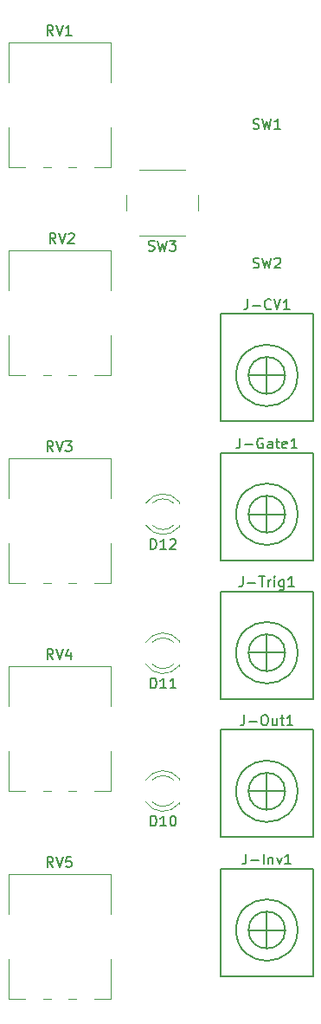
<source format=gbr>
G04 #@! TF.GenerationSoftware,KiCad,Pcbnew,(5.0.0)*
G04 #@! TF.CreationDate,2018-08-19T12:52:33+08:00*
G04 #@! TF.ProjectId,Envelope,456E76656C6F70652E6B696361645F70,rev?*
G04 #@! TF.SameCoordinates,Original*
G04 #@! TF.FileFunction,Legend,Top*
G04 #@! TF.FilePolarity,Positive*
%FSLAX46Y46*%
G04 Gerber Fmt 4.6, Leading zero omitted, Abs format (unit mm)*
G04 Created by KiCad (PCBNEW (5.0.0)) date 08/19/18 12:52:33*
%MOMM*%
%LPD*%
G01*
G04 APERTURE LIST*
%ADD10C,0.120000*%
%ADD11C,0.150000*%
G04 APERTURE END LIST*
D10*
G04 #@! TO.C,SW3*
X129429000Y-64350000D02*
X124929000Y-64350000D01*
X130679000Y-68350000D02*
X130679000Y-66850000D01*
X124929000Y-70850000D02*
X129429000Y-70850000D01*
X123679000Y-66850000D02*
X123679000Y-68350000D01*
G04 #@! TO.C,D11*
X125581665Y-112711608D02*
G75*
G03X128814000Y-112868516I1672335J1078608D01*
G01*
X125581665Y-110554392D02*
G75*
G02X128814000Y-110397484I1672335J-1078608D01*
G01*
X126212870Y-112712837D02*
G75*
G03X128294961Y-112713000I1041130J1079837D01*
G01*
X126212870Y-110553163D02*
G75*
G02X128294961Y-110553000I1041130J-1079837D01*
G01*
X128814000Y-112869000D02*
X128814000Y-112713000D01*
X128814000Y-110553000D02*
X128814000Y-110397000D01*
G04 #@! TO.C,D12*
X128814000Y-96964000D02*
X128814000Y-96808000D01*
X128814000Y-99280000D02*
X128814000Y-99124000D01*
X126212870Y-96964163D02*
G75*
G02X128294961Y-96964000I1041130J-1079837D01*
G01*
X126212870Y-99123837D02*
G75*
G03X128294961Y-99124000I1041130J1079837D01*
G01*
X125581665Y-96965392D02*
G75*
G02X128814000Y-96808484I1672335J-1078608D01*
G01*
X125581665Y-99122608D02*
G75*
G03X128814000Y-99279516I1672335J1078608D01*
G01*
G04 #@! TO.C,D10*
X125581665Y-126173608D02*
G75*
G03X128814000Y-126330516I1672335J1078608D01*
G01*
X125581665Y-124016392D02*
G75*
G02X128814000Y-123859484I1672335J-1078608D01*
G01*
X126212870Y-126174837D02*
G75*
G03X128294961Y-126175000I1041130J1079837D01*
G01*
X126212870Y-124015163D02*
G75*
G02X128294961Y-124015000I1041130J-1079837D01*
G01*
X128814000Y-126331000D02*
X128814000Y-126175000D01*
X128814000Y-124015000D02*
X128814000Y-123859000D01*
G04 #@! TO.C,RV5*
X112113000Y-133184000D02*
X122154000Y-133184000D01*
X120504000Y-145424000D02*
X122154000Y-145424000D01*
X118005000Y-145424000D02*
X118764000Y-145424000D01*
X115505000Y-145424000D02*
X116264000Y-145424000D01*
X112113000Y-145424000D02*
X113763000Y-145424000D01*
X122154000Y-137120000D02*
X122154000Y-133184000D01*
X122154000Y-145424000D02*
X122154000Y-141487000D01*
X112113000Y-137120000D02*
X112113000Y-133184000D01*
X112113000Y-145424000D02*
X112113000Y-141487000D01*
G04 #@! TO.C,RV4*
X112113000Y-125104000D02*
X112113000Y-121167000D01*
X112113000Y-116800000D02*
X112113000Y-112864000D01*
X122154000Y-125104000D02*
X122154000Y-121167000D01*
X122154000Y-116800000D02*
X122154000Y-112864000D01*
X112113000Y-125104000D02*
X113763000Y-125104000D01*
X115505000Y-125104000D02*
X116264000Y-125104000D01*
X118005000Y-125104000D02*
X118764000Y-125104000D01*
X120504000Y-125104000D02*
X122154000Y-125104000D01*
X112113000Y-112864000D02*
X122154000Y-112864000D01*
G04 #@! TO.C,RV3*
X112113000Y-92544000D02*
X122154000Y-92544000D01*
X120504000Y-104784000D02*
X122154000Y-104784000D01*
X118005000Y-104784000D02*
X118764000Y-104784000D01*
X115505000Y-104784000D02*
X116264000Y-104784000D01*
X112113000Y-104784000D02*
X113763000Y-104784000D01*
X122154000Y-96480000D02*
X122154000Y-92544000D01*
X122154000Y-104784000D02*
X122154000Y-100847000D01*
X112113000Y-96480000D02*
X112113000Y-92544000D01*
X112113000Y-104784000D02*
X112113000Y-100847000D01*
G04 #@! TO.C,RV2*
X112113000Y-84464000D02*
X112113000Y-80527000D01*
X112113000Y-76160000D02*
X112113000Y-72224000D01*
X122154000Y-84464000D02*
X122154000Y-80527000D01*
X122154000Y-76160000D02*
X122154000Y-72224000D01*
X112113000Y-84464000D02*
X113763000Y-84464000D01*
X115505000Y-84464000D02*
X116264000Y-84464000D01*
X118005000Y-84464000D02*
X118764000Y-84464000D01*
X120504000Y-84464000D02*
X122154000Y-84464000D01*
X112113000Y-72224000D02*
X122154000Y-72224000D01*
G04 #@! TO.C,RV1*
X112113000Y-51904000D02*
X122154000Y-51904000D01*
X120504000Y-64144000D02*
X122154000Y-64144000D01*
X118005000Y-64144000D02*
X118764000Y-64144000D01*
X115505000Y-64144000D02*
X116264000Y-64144000D01*
X112113000Y-64144000D02*
X113763000Y-64144000D01*
X122154000Y-55840000D02*
X122154000Y-51904000D01*
X122154000Y-64144000D02*
X122154000Y-60207000D01*
X112113000Y-55840000D02*
X112113000Y-51904000D01*
X112113000Y-64144000D02*
X112113000Y-60207000D01*
D11*
G04 #@! TO.C,J-Trig1*
X139214000Y-111582200D02*
X135614000Y-111582200D01*
X137414000Y-109782200D02*
X137414000Y-113382200D01*
X132914000Y-116082200D02*
X141914000Y-116082200D01*
X141914000Y-116082200D02*
X141914000Y-105582200D01*
X141914000Y-105582200D02*
X132914000Y-105582200D01*
X132914000Y-105582200D02*
X132914000Y-116082200D01*
X140420659Y-111582200D02*
G75*
G03X140420659Y-111582200I-3006659J0D01*
G01*
X139214000Y-111582200D02*
G75*
G03X139214000Y-111582200I-1800000J0D01*
G01*
G04 #@! TO.C,J-Out1*
X139214000Y-125120400D02*
G75*
G03X139214000Y-125120400I-1800000J0D01*
G01*
X140420659Y-125120400D02*
G75*
G03X140420659Y-125120400I-3006659J0D01*
G01*
X132914000Y-119120400D02*
X132914000Y-129620400D01*
X141914000Y-119120400D02*
X132914000Y-119120400D01*
X141914000Y-129620400D02*
X141914000Y-119120400D01*
X132914000Y-129620400D02*
X141914000Y-129620400D01*
X137414000Y-123320400D02*
X137414000Y-126920400D01*
X139214000Y-125120400D02*
X135614000Y-125120400D01*
G04 #@! TO.C,J-Inv1*
X139214000Y-138684000D02*
X135614000Y-138684000D01*
X137414000Y-136884000D02*
X137414000Y-140484000D01*
X132914000Y-143184000D02*
X141914000Y-143184000D01*
X141914000Y-143184000D02*
X141914000Y-132684000D01*
X141914000Y-132684000D02*
X132914000Y-132684000D01*
X132914000Y-132684000D02*
X132914000Y-143184000D01*
X140420659Y-138684000D02*
G75*
G03X140420659Y-138684000I-3006659J0D01*
G01*
X139214000Y-138684000D02*
G75*
G03X139214000Y-138684000I-1800000J0D01*
G01*
G04 #@! TO.C,J-Gate1*
X139214000Y-98044000D02*
G75*
G03X139214000Y-98044000I-1800000J0D01*
G01*
X140420659Y-98044000D02*
G75*
G03X140420659Y-98044000I-3006659J0D01*
G01*
X132914000Y-92044000D02*
X132914000Y-102544000D01*
X141914000Y-92044000D02*
X132914000Y-92044000D01*
X141914000Y-102544000D02*
X141914000Y-92044000D01*
X132914000Y-102544000D02*
X141914000Y-102544000D01*
X137414000Y-96244000D02*
X137414000Y-99844000D01*
X139214000Y-98044000D02*
X135614000Y-98044000D01*
G04 #@! TO.C,J-CV1*
X139214000Y-84480400D02*
X135614000Y-84480400D01*
X137414000Y-82680400D02*
X137414000Y-86280400D01*
X132914000Y-88980400D02*
X141914000Y-88980400D01*
X141914000Y-88980400D02*
X141914000Y-78480400D01*
X141914000Y-78480400D02*
X132914000Y-78480400D01*
X132914000Y-78480400D02*
X132914000Y-88980400D01*
X140420659Y-84480400D02*
G75*
G03X140420659Y-84480400I-3006659J0D01*
G01*
X139214000Y-84480400D02*
G75*
G03X139214000Y-84480400I-1800000J0D01*
G01*
G04 #@! TO.C,SW3*
X125845666Y-72254761D02*
X125988523Y-72302380D01*
X126226619Y-72302380D01*
X126321857Y-72254761D01*
X126369476Y-72207142D01*
X126417095Y-72111904D01*
X126417095Y-72016666D01*
X126369476Y-71921428D01*
X126321857Y-71873809D01*
X126226619Y-71826190D01*
X126036142Y-71778571D01*
X125940904Y-71730952D01*
X125893285Y-71683333D01*
X125845666Y-71588095D01*
X125845666Y-71492857D01*
X125893285Y-71397619D01*
X125940904Y-71350000D01*
X126036142Y-71302380D01*
X126274238Y-71302380D01*
X126417095Y-71350000D01*
X126750428Y-71302380D02*
X126988523Y-72302380D01*
X127179000Y-71588095D01*
X127369476Y-72302380D01*
X127607571Y-71302380D01*
X127893285Y-71302380D02*
X128512333Y-71302380D01*
X128179000Y-71683333D01*
X128321857Y-71683333D01*
X128417095Y-71730952D01*
X128464714Y-71778571D01*
X128512333Y-71873809D01*
X128512333Y-72111904D01*
X128464714Y-72207142D01*
X128417095Y-72254761D01*
X128321857Y-72302380D01*
X128036142Y-72302380D01*
X127940904Y-72254761D01*
X127893285Y-72207142D01*
G04 #@! TO.C,D11*
X126039714Y-115045380D02*
X126039714Y-114045380D01*
X126277809Y-114045380D01*
X126420666Y-114093000D01*
X126515904Y-114188238D01*
X126563523Y-114283476D01*
X126611142Y-114473952D01*
X126611142Y-114616809D01*
X126563523Y-114807285D01*
X126515904Y-114902523D01*
X126420666Y-114997761D01*
X126277809Y-115045380D01*
X126039714Y-115045380D01*
X127563523Y-115045380D02*
X126992095Y-115045380D01*
X127277809Y-115045380D02*
X127277809Y-114045380D01*
X127182571Y-114188238D01*
X127087333Y-114283476D01*
X126992095Y-114331095D01*
X128515904Y-115045380D02*
X127944476Y-115045380D01*
X128230190Y-115045380D02*
X128230190Y-114045380D01*
X128134952Y-114188238D01*
X128039714Y-114283476D01*
X127944476Y-114331095D01*
G04 #@! TO.C,D12*
X126039714Y-101456380D02*
X126039714Y-100456380D01*
X126277809Y-100456380D01*
X126420666Y-100504000D01*
X126515904Y-100599238D01*
X126563523Y-100694476D01*
X126611142Y-100884952D01*
X126611142Y-101027809D01*
X126563523Y-101218285D01*
X126515904Y-101313523D01*
X126420666Y-101408761D01*
X126277809Y-101456380D01*
X126039714Y-101456380D01*
X127563523Y-101456380D02*
X126992095Y-101456380D01*
X127277809Y-101456380D02*
X127277809Y-100456380D01*
X127182571Y-100599238D01*
X127087333Y-100694476D01*
X126992095Y-100742095D01*
X127944476Y-100551619D02*
X127992095Y-100504000D01*
X128087333Y-100456380D01*
X128325428Y-100456380D01*
X128420666Y-100504000D01*
X128468285Y-100551619D01*
X128515904Y-100646857D01*
X128515904Y-100742095D01*
X128468285Y-100884952D01*
X127896857Y-101456380D01*
X128515904Y-101456380D01*
G04 #@! TO.C,D10*
X126039714Y-128507380D02*
X126039714Y-127507380D01*
X126277809Y-127507380D01*
X126420666Y-127555000D01*
X126515904Y-127650238D01*
X126563523Y-127745476D01*
X126611142Y-127935952D01*
X126611142Y-128078809D01*
X126563523Y-128269285D01*
X126515904Y-128364523D01*
X126420666Y-128459761D01*
X126277809Y-128507380D01*
X126039714Y-128507380D01*
X127563523Y-128507380D02*
X126992095Y-128507380D01*
X127277809Y-128507380D02*
X127277809Y-127507380D01*
X127182571Y-127650238D01*
X127087333Y-127745476D01*
X126992095Y-127793095D01*
X128182571Y-127507380D02*
X128277809Y-127507380D01*
X128373047Y-127555000D01*
X128420666Y-127602619D01*
X128468285Y-127697857D01*
X128515904Y-127888333D01*
X128515904Y-128126428D01*
X128468285Y-128316904D01*
X128420666Y-128412142D01*
X128373047Y-128459761D01*
X128277809Y-128507380D01*
X128182571Y-128507380D01*
X128087333Y-128459761D01*
X128039714Y-128412142D01*
X127992095Y-128316904D01*
X127944476Y-128126428D01*
X127944476Y-127888333D01*
X127992095Y-127697857D01*
X128039714Y-127602619D01*
X128087333Y-127555000D01*
X128182571Y-127507380D01*
G04 #@! TO.C,SW1*
X136080666Y-60348761D02*
X136223523Y-60396380D01*
X136461619Y-60396380D01*
X136556857Y-60348761D01*
X136604476Y-60301142D01*
X136652095Y-60205904D01*
X136652095Y-60110666D01*
X136604476Y-60015428D01*
X136556857Y-59967809D01*
X136461619Y-59920190D01*
X136271142Y-59872571D01*
X136175904Y-59824952D01*
X136128285Y-59777333D01*
X136080666Y-59682095D01*
X136080666Y-59586857D01*
X136128285Y-59491619D01*
X136175904Y-59444000D01*
X136271142Y-59396380D01*
X136509238Y-59396380D01*
X136652095Y-59444000D01*
X136985428Y-59396380D02*
X137223523Y-60396380D01*
X137414000Y-59682095D01*
X137604476Y-60396380D01*
X137842571Y-59396380D01*
X138747333Y-60396380D02*
X138175904Y-60396380D01*
X138461619Y-60396380D02*
X138461619Y-59396380D01*
X138366380Y-59539238D01*
X138271142Y-59634476D01*
X138175904Y-59682095D01*
G04 #@! TO.C,SW2*
X136080666Y-73938761D02*
X136223523Y-73986380D01*
X136461619Y-73986380D01*
X136556857Y-73938761D01*
X136604476Y-73891142D01*
X136652095Y-73795904D01*
X136652095Y-73700666D01*
X136604476Y-73605428D01*
X136556857Y-73557809D01*
X136461619Y-73510190D01*
X136271142Y-73462571D01*
X136175904Y-73414952D01*
X136128285Y-73367333D01*
X136080666Y-73272095D01*
X136080666Y-73176857D01*
X136128285Y-73081619D01*
X136175904Y-73034000D01*
X136271142Y-72986380D01*
X136509238Y-72986380D01*
X136652095Y-73034000D01*
X136985428Y-72986380D02*
X137223523Y-73986380D01*
X137414000Y-73272095D01*
X137604476Y-73986380D01*
X137842571Y-72986380D01*
X138175904Y-73081619D02*
X138223523Y-73034000D01*
X138318761Y-72986380D01*
X138556857Y-72986380D01*
X138652095Y-73034000D01*
X138699714Y-73081619D01*
X138747333Y-73176857D01*
X138747333Y-73272095D01*
X138699714Y-73414952D01*
X138128285Y-73986380D01*
X138747333Y-73986380D01*
G04 #@! TO.C,RV5*
X116498761Y-132532380D02*
X116165428Y-132056190D01*
X115927333Y-132532380D02*
X115927333Y-131532380D01*
X116308285Y-131532380D01*
X116403523Y-131580000D01*
X116451142Y-131627619D01*
X116498761Y-131722857D01*
X116498761Y-131865714D01*
X116451142Y-131960952D01*
X116403523Y-132008571D01*
X116308285Y-132056190D01*
X115927333Y-132056190D01*
X116784476Y-131532380D02*
X117117809Y-132532380D01*
X117451142Y-131532380D01*
X118260666Y-131532380D02*
X117784476Y-131532380D01*
X117736857Y-132008571D01*
X117784476Y-131960952D01*
X117879714Y-131913333D01*
X118117809Y-131913333D01*
X118213047Y-131960952D01*
X118260666Y-132008571D01*
X118308285Y-132103809D01*
X118308285Y-132341904D01*
X118260666Y-132437142D01*
X118213047Y-132484761D01*
X118117809Y-132532380D01*
X117879714Y-132532380D01*
X117784476Y-132484761D01*
X117736857Y-132437142D01*
G04 #@! TO.C,RV4*
X116498761Y-112212380D02*
X116165428Y-111736190D01*
X115927333Y-112212380D02*
X115927333Y-111212380D01*
X116308285Y-111212380D01*
X116403523Y-111260000D01*
X116451142Y-111307619D01*
X116498761Y-111402857D01*
X116498761Y-111545714D01*
X116451142Y-111640952D01*
X116403523Y-111688571D01*
X116308285Y-111736190D01*
X115927333Y-111736190D01*
X116784476Y-111212380D02*
X117117809Y-112212380D01*
X117451142Y-111212380D01*
X118213047Y-111545714D02*
X118213047Y-112212380D01*
X117974952Y-111164761D02*
X117736857Y-111879047D01*
X118355904Y-111879047D01*
G04 #@! TO.C,RV3*
X116498761Y-91892380D02*
X116165428Y-91416190D01*
X115927333Y-91892380D02*
X115927333Y-90892380D01*
X116308285Y-90892380D01*
X116403523Y-90940000D01*
X116451142Y-90987619D01*
X116498761Y-91082857D01*
X116498761Y-91225714D01*
X116451142Y-91320952D01*
X116403523Y-91368571D01*
X116308285Y-91416190D01*
X115927333Y-91416190D01*
X116784476Y-90892380D02*
X117117809Y-91892380D01*
X117451142Y-90892380D01*
X117689238Y-90892380D02*
X118308285Y-90892380D01*
X117974952Y-91273333D01*
X118117809Y-91273333D01*
X118213047Y-91320952D01*
X118260666Y-91368571D01*
X118308285Y-91463809D01*
X118308285Y-91701904D01*
X118260666Y-91797142D01*
X118213047Y-91844761D01*
X118117809Y-91892380D01*
X117832095Y-91892380D01*
X117736857Y-91844761D01*
X117689238Y-91797142D01*
G04 #@! TO.C,RV2*
X116752761Y-71572380D02*
X116419428Y-71096190D01*
X116181333Y-71572380D02*
X116181333Y-70572380D01*
X116562285Y-70572380D01*
X116657523Y-70620000D01*
X116705142Y-70667619D01*
X116752761Y-70762857D01*
X116752761Y-70905714D01*
X116705142Y-71000952D01*
X116657523Y-71048571D01*
X116562285Y-71096190D01*
X116181333Y-71096190D01*
X117038476Y-70572380D02*
X117371809Y-71572380D01*
X117705142Y-70572380D01*
X117990857Y-70667619D02*
X118038476Y-70620000D01*
X118133714Y-70572380D01*
X118371809Y-70572380D01*
X118467047Y-70620000D01*
X118514666Y-70667619D01*
X118562285Y-70762857D01*
X118562285Y-70858095D01*
X118514666Y-71000952D01*
X117943238Y-71572380D01*
X118562285Y-71572380D01*
G04 #@! TO.C,RV1*
X116498761Y-51252380D02*
X116165428Y-50776190D01*
X115927333Y-51252380D02*
X115927333Y-50252380D01*
X116308285Y-50252380D01*
X116403523Y-50300000D01*
X116451142Y-50347619D01*
X116498761Y-50442857D01*
X116498761Y-50585714D01*
X116451142Y-50680952D01*
X116403523Y-50728571D01*
X116308285Y-50776190D01*
X115927333Y-50776190D01*
X116784476Y-50252380D02*
X117117809Y-51252380D01*
X117451142Y-50252380D01*
X118308285Y-51252380D02*
X117736857Y-51252380D01*
X118022571Y-51252380D02*
X118022571Y-50252380D01*
X117927333Y-50395238D01*
X117832095Y-50490476D01*
X117736857Y-50538095D01*
G04 #@! TO.C,J-Trig1*
X135080666Y-104134580D02*
X135080666Y-104848866D01*
X135033047Y-104991723D01*
X134937809Y-105086961D01*
X134794952Y-105134580D01*
X134699714Y-105134580D01*
X135556857Y-104753628D02*
X136318761Y-104753628D01*
X136652095Y-104134580D02*
X137223523Y-104134580D01*
X136937809Y-105134580D02*
X136937809Y-104134580D01*
X137556857Y-105134580D02*
X137556857Y-104467914D01*
X137556857Y-104658390D02*
X137604476Y-104563152D01*
X137652095Y-104515533D01*
X137747333Y-104467914D01*
X137842571Y-104467914D01*
X138175904Y-105134580D02*
X138175904Y-104467914D01*
X138175904Y-104134580D02*
X138128285Y-104182200D01*
X138175904Y-104229819D01*
X138223523Y-104182200D01*
X138175904Y-104134580D01*
X138175904Y-104229819D01*
X139080666Y-104467914D02*
X139080666Y-105277438D01*
X139033047Y-105372676D01*
X138985428Y-105420295D01*
X138890190Y-105467914D01*
X138747333Y-105467914D01*
X138652095Y-105420295D01*
X139080666Y-105086961D02*
X138985428Y-105134580D01*
X138794952Y-105134580D01*
X138699714Y-105086961D01*
X138652095Y-105039342D01*
X138604476Y-104944104D01*
X138604476Y-104658390D01*
X138652095Y-104563152D01*
X138699714Y-104515533D01*
X138794952Y-104467914D01*
X138985428Y-104467914D01*
X139080666Y-104515533D01*
X140080666Y-105134580D02*
X139509238Y-105134580D01*
X139794952Y-105134580D02*
X139794952Y-104134580D01*
X139699714Y-104277438D01*
X139604476Y-104372676D01*
X139509238Y-104420295D01*
G04 #@! TO.C,J-Out1*
X135199714Y-117672780D02*
X135199714Y-118387066D01*
X135152095Y-118529923D01*
X135056857Y-118625161D01*
X134914000Y-118672780D01*
X134818761Y-118672780D01*
X135675904Y-118291828D02*
X136437809Y-118291828D01*
X137104476Y-117672780D02*
X137294952Y-117672780D01*
X137390190Y-117720400D01*
X137485428Y-117815638D01*
X137533047Y-118006114D01*
X137533047Y-118339447D01*
X137485428Y-118529923D01*
X137390190Y-118625161D01*
X137294952Y-118672780D01*
X137104476Y-118672780D01*
X137009238Y-118625161D01*
X136914000Y-118529923D01*
X136866380Y-118339447D01*
X136866380Y-118006114D01*
X136914000Y-117815638D01*
X137009238Y-117720400D01*
X137104476Y-117672780D01*
X138390190Y-118006114D02*
X138390190Y-118672780D01*
X137961619Y-118006114D02*
X137961619Y-118529923D01*
X138009238Y-118625161D01*
X138104476Y-118672780D01*
X138247333Y-118672780D01*
X138342571Y-118625161D01*
X138390190Y-118577542D01*
X138723523Y-118006114D02*
X139104476Y-118006114D01*
X138866380Y-117672780D02*
X138866380Y-118529923D01*
X138914000Y-118625161D01*
X139009238Y-118672780D01*
X139104476Y-118672780D01*
X139961619Y-118672780D02*
X139390190Y-118672780D01*
X139675904Y-118672780D02*
X139675904Y-117672780D01*
X139580666Y-117815638D01*
X139485428Y-117910876D01*
X139390190Y-117958495D01*
G04 #@! TO.C,J-Inv1*
X135390190Y-131236380D02*
X135390190Y-131950666D01*
X135342571Y-132093523D01*
X135247333Y-132188761D01*
X135104476Y-132236380D01*
X135009238Y-132236380D01*
X135866380Y-131855428D02*
X136628285Y-131855428D01*
X137104476Y-132236380D02*
X137104476Y-131236380D01*
X137580666Y-131569714D02*
X137580666Y-132236380D01*
X137580666Y-131664952D02*
X137628285Y-131617333D01*
X137723523Y-131569714D01*
X137866380Y-131569714D01*
X137961619Y-131617333D01*
X138009238Y-131712571D01*
X138009238Y-132236380D01*
X138390190Y-131569714D02*
X138628285Y-132236380D01*
X138866380Y-131569714D01*
X139771142Y-132236380D02*
X139199714Y-132236380D01*
X139485428Y-132236380D02*
X139485428Y-131236380D01*
X139390190Y-131379238D01*
X139294952Y-131474476D01*
X139199714Y-131522095D01*
G04 #@! TO.C,J-Gate1*
X134794952Y-90596380D02*
X134794952Y-91310666D01*
X134747333Y-91453523D01*
X134652095Y-91548761D01*
X134509238Y-91596380D01*
X134414000Y-91596380D01*
X135271142Y-91215428D02*
X136033047Y-91215428D01*
X137033047Y-90644000D02*
X136937809Y-90596380D01*
X136794952Y-90596380D01*
X136652095Y-90644000D01*
X136556857Y-90739238D01*
X136509238Y-90834476D01*
X136461619Y-91024952D01*
X136461619Y-91167809D01*
X136509238Y-91358285D01*
X136556857Y-91453523D01*
X136652095Y-91548761D01*
X136794952Y-91596380D01*
X136890190Y-91596380D01*
X137033047Y-91548761D01*
X137080666Y-91501142D01*
X137080666Y-91167809D01*
X136890190Y-91167809D01*
X137937809Y-91596380D02*
X137937809Y-91072571D01*
X137890190Y-90977333D01*
X137794952Y-90929714D01*
X137604476Y-90929714D01*
X137509238Y-90977333D01*
X137937809Y-91548761D02*
X137842571Y-91596380D01*
X137604476Y-91596380D01*
X137509238Y-91548761D01*
X137461619Y-91453523D01*
X137461619Y-91358285D01*
X137509238Y-91263047D01*
X137604476Y-91215428D01*
X137842571Y-91215428D01*
X137937809Y-91167809D01*
X138271142Y-90929714D02*
X138652095Y-90929714D01*
X138414000Y-90596380D02*
X138414000Y-91453523D01*
X138461619Y-91548761D01*
X138556857Y-91596380D01*
X138652095Y-91596380D01*
X139366380Y-91548761D02*
X139271142Y-91596380D01*
X139080666Y-91596380D01*
X138985428Y-91548761D01*
X138937809Y-91453523D01*
X138937809Y-91072571D01*
X138985428Y-90977333D01*
X139080666Y-90929714D01*
X139271142Y-90929714D01*
X139366380Y-90977333D01*
X139414000Y-91072571D01*
X139414000Y-91167809D01*
X138937809Y-91263047D01*
X140366380Y-91596380D02*
X139794952Y-91596380D01*
X140080666Y-91596380D02*
X140080666Y-90596380D01*
X139985428Y-90739238D01*
X139890190Y-90834476D01*
X139794952Y-90882095D01*
G04 #@! TO.C,J-CV1*
X135533047Y-77032780D02*
X135533047Y-77747066D01*
X135485428Y-77889923D01*
X135390190Y-77985161D01*
X135247333Y-78032780D01*
X135152095Y-78032780D01*
X136009238Y-77651828D02*
X136771142Y-77651828D01*
X137818761Y-77937542D02*
X137771142Y-77985161D01*
X137628285Y-78032780D01*
X137533047Y-78032780D01*
X137390190Y-77985161D01*
X137294952Y-77889923D01*
X137247333Y-77794685D01*
X137199714Y-77604209D01*
X137199714Y-77461352D01*
X137247333Y-77270876D01*
X137294952Y-77175638D01*
X137390190Y-77080400D01*
X137533047Y-77032780D01*
X137628285Y-77032780D01*
X137771142Y-77080400D01*
X137818761Y-77128019D01*
X138104476Y-77032780D02*
X138437809Y-78032780D01*
X138771142Y-77032780D01*
X139628285Y-78032780D02*
X139056857Y-78032780D01*
X139342571Y-78032780D02*
X139342571Y-77032780D01*
X139247333Y-77175638D01*
X139152095Y-77270876D01*
X139056857Y-77318495D01*
G04 #@! TD*
M02*

</source>
